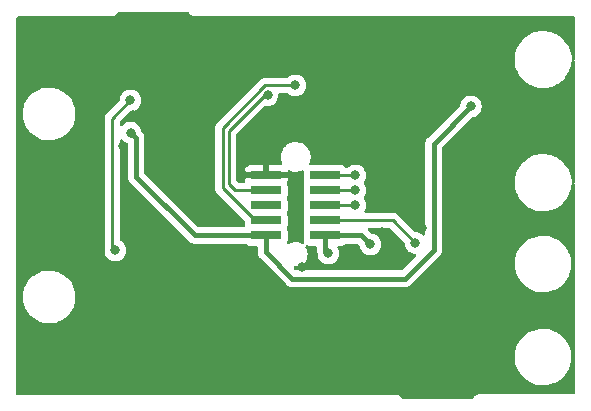
<source format=gbr>
%TF.GenerationSoftware,KiCad,Pcbnew,(6.0.6)*%
%TF.CreationDate,2022-07-19T20:12:23-04:00*%
%TF.ProjectId,4272SparkMaxBreakout,34323732-5370-4617-926b-4d6178427265,rev?*%
%TF.SameCoordinates,Original*%
%TF.FileFunction,Copper,L2,Bot*%
%TF.FilePolarity,Positive*%
%FSLAX46Y46*%
G04 Gerber Fmt 4.6, Leading zero omitted, Abs format (unit mm)*
G04 Created by KiCad (PCBNEW (6.0.6)) date 2022-07-19 20:12:23*
%MOMM*%
%LPD*%
G01*
G04 APERTURE LIST*
%TA.AperFunction,SMDPad,CuDef*%
%ADD10R,2.610000X0.740000*%
%TD*%
%TA.AperFunction,ViaPad*%
%ADD11C,0.800000*%
%TD*%
%TA.AperFunction,Conductor*%
%ADD12C,0.381000*%
%TD*%
%TA.AperFunction,Conductor*%
%ADD13C,0.250000*%
%TD*%
G04 APERTURE END LIST*
D10*
%TO.P,J500,1*%
%TO.N,+3.3V*%
X123190000Y-101600000D03*
%TO.P,J500,2*%
%TO.N,+5V*%
X118180000Y-101600000D03*
%TO.P,J500,3*%
%TO.N,/ANALOG_IN*%
X123190000Y-100330000D03*
%TO.P,J500,4*%
%TO.N,/FWD_LIM_SW*%
X118180000Y-100330000D03*
%TO.P,J500,5*%
%TO.N,/ENC_B*%
X123190000Y-99060000D03*
%TO.P,J500,6*%
%TO.N,unconnected-(J500-Pad6)*%
X118180000Y-99060000D03*
%TO.P,J500,7*%
%TO.N,/ENC_A*%
X123190000Y-97790000D03*
%TO.P,J500,8*%
%TO.N,/RVS_LIM_SW*%
X118180000Y-97790000D03*
%TO.P,J500,9*%
%TO.N,/INDEX*%
X123190000Y-96520000D03*
%TO.P,J500,10*%
%TO.N,GND*%
X118180000Y-96520000D03*
%TD*%
D11*
%TO.N,+3.3V*%
X127000000Y-102362000D03*
X123444000Y-103124000D03*
%TO.N,+5V*%
X106700000Y-92900000D03*
X135509000Y-90678000D03*
%TO.N,/ANALOG_IN*%
X130810000Y-102235000D03*
%TO.N,/FWD_LIM_SW*%
X120650000Y-88900000D03*
%TO.N,/ENC_B*%
X125730000Y-99060000D03*
%TO.N,/ENC_A*%
X125730000Y-97790000D03*
%TO.N,/RVS_LIM_SW*%
X118304799Y-89729799D03*
%TO.N,/INDEX*%
X105410000Y-102870000D03*
X125730000Y-96520000D03*
X106680000Y-90170000D03*
%TO.N,GND*%
X121218138Y-104232632D03*
X134700000Y-94450000D03*
X122800000Y-95100000D03*
X120050000Y-91400000D03*
X101854000Y-110109000D03*
X127400000Y-91350000D03*
X127950000Y-101300000D03*
X106900000Y-91400000D03*
X134874000Y-105410000D03*
X106807000Y-105283000D03*
X123550000Y-106550000D03*
X131350000Y-101000000D03*
X106100000Y-94000000D03*
X115400000Y-100350000D03*
X135255000Y-88138000D03*
X116205000Y-96520000D03*
X111252000Y-86233000D03*
%TD*%
D12*
%TO.N,+3.3V*%
X127000000Y-102362000D02*
X126238000Y-101600000D01*
X126238000Y-101600000D02*
X123190000Y-101600000D01*
X123190000Y-101600000D02*
X123190000Y-102870000D01*
X123190000Y-102870000D02*
X123444000Y-103124000D01*
%TO.N,+5V*%
X107172349Y-96618663D02*
X112153686Y-101600000D01*
X106700000Y-92900000D02*
X107172349Y-93372349D01*
X132350000Y-93837000D02*
X132350000Y-102850000D01*
X120400000Y-105250000D02*
X118180000Y-103030000D01*
X129950000Y-105250000D02*
X120400000Y-105250000D01*
X132350000Y-102850000D02*
X129950000Y-105250000D01*
X112153686Y-101600000D02*
X118180000Y-101600000D01*
X118180000Y-103030000D02*
X118180000Y-101600000D01*
X107172349Y-93372349D02*
X107172349Y-96618663D01*
X135509000Y-90678000D02*
X132350000Y-93837000D01*
D13*
%TO.N,/ANALOG_IN*%
X130810000Y-102235000D02*
X128905000Y-100330000D01*
X128905000Y-100330000D02*
X123190000Y-100330000D01*
%TO.N,/FWD_LIM_SW*%
X117230000Y-100330000D02*
X118180000Y-100330000D01*
X120650000Y-88900000D02*
X118110000Y-88900000D01*
X114500000Y-92510000D02*
X114500000Y-97600000D01*
X118110000Y-88900000D02*
X114500000Y-92510000D01*
X114500000Y-97600000D02*
X117230000Y-100330000D01*
%TO.N,/ENC_B*%
X125730000Y-99060000D02*
X123190000Y-99060000D01*
%TO.N,/ENC_A*%
X125730000Y-97790000D02*
X123190000Y-97790000D01*
%TO.N,/RVS_LIM_SW*%
X118042201Y-89729799D02*
X115000000Y-92772000D01*
X115570000Y-97790000D02*
X118180000Y-97790000D01*
X115000000Y-97220000D02*
X115570000Y-97790000D01*
X115000000Y-92772000D02*
X115000000Y-97220000D01*
X118304799Y-89729799D02*
X118042201Y-89729799D01*
%TO.N,/INDEX*%
X105150000Y-102610000D02*
X105150000Y-91700000D01*
X105150000Y-91700000D02*
X106680000Y-90170000D01*
X125730000Y-96520000D02*
X123190000Y-96520000D01*
X105410000Y-102870000D02*
X105150000Y-102610000D01*
D12*
%TO.N,GND*%
X116205000Y-96520000D02*
X118180000Y-96520000D01*
%TD*%
%TA.AperFunction,Conductor*%
%TO.N,GND*%
G36*
X111608838Y-82697002D02*
G01*
X111655417Y-82750849D01*
X111667208Y-82776782D01*
X111673069Y-82783584D01*
X111683970Y-82796235D01*
X111695073Y-82811239D01*
X111708776Y-82832958D01*
X111715501Y-82838897D01*
X111715504Y-82838901D01*
X111730938Y-82852532D01*
X111742982Y-82864724D01*
X111756427Y-82880327D01*
X111756430Y-82880329D01*
X111762287Y-82887127D01*
X111769816Y-82892007D01*
X111769817Y-82892008D01*
X111783835Y-82901094D01*
X111798709Y-82912385D01*
X111806270Y-82919062D01*
X111817951Y-82929378D01*
X111844711Y-82941942D01*
X111859691Y-82950263D01*
X111876983Y-82961471D01*
X111876988Y-82961473D01*
X111884515Y-82966352D01*
X111893108Y-82968922D01*
X111893113Y-82968924D01*
X111909120Y-82973711D01*
X111926564Y-82980372D01*
X111941676Y-82987467D01*
X111941678Y-82987468D01*
X111949800Y-82991281D01*
X111958667Y-82992662D01*
X111958668Y-82992662D01*
X111968310Y-82994163D01*
X111979017Y-82995830D01*
X111995732Y-82999613D01*
X112015466Y-83005515D01*
X112015472Y-83005516D01*
X112024066Y-83008086D01*
X112033037Y-83008141D01*
X112033038Y-83008141D01*
X112043097Y-83008202D01*
X112058506Y-83008296D01*
X112059289Y-83008329D01*
X112060386Y-83008500D01*
X112091377Y-83008500D01*
X112092147Y-83008502D01*
X112165785Y-83008952D01*
X112165786Y-83008952D01*
X112169721Y-83008976D01*
X112171065Y-83008592D01*
X112172410Y-83008500D01*
X144165500Y-83008500D01*
X144233621Y-83028502D01*
X144280114Y-83082158D01*
X144291500Y-83134500D01*
X144291500Y-86720216D01*
X144274516Y-86778059D01*
X144289464Y-86807809D01*
X144291500Y-86830367D01*
X144291500Y-97140216D01*
X144274516Y-97198059D01*
X144289464Y-97227809D01*
X144291500Y-97250367D01*
X144291500Y-114935500D01*
X144271498Y-115003621D01*
X144217842Y-115050114D01*
X144165500Y-115061500D01*
X136209337Y-115061500D01*
X136208567Y-115061498D01*
X136207751Y-115061493D01*
X136130993Y-115061024D01*
X136108632Y-115067415D01*
X136102561Y-115069150D01*
X136085799Y-115072728D01*
X136056527Y-115076920D01*
X136048359Y-115080634D01*
X136048358Y-115080634D01*
X136033152Y-115087548D01*
X136015628Y-115093996D01*
X135990943Y-115101051D01*
X135983349Y-115105843D01*
X135983346Y-115105844D01*
X135965934Y-115116830D01*
X135950851Y-115124969D01*
X135923932Y-115137208D01*
X135917130Y-115143069D01*
X135904479Y-115153970D01*
X135889475Y-115165073D01*
X135867756Y-115178776D01*
X135861817Y-115185501D01*
X135861813Y-115185504D01*
X135848182Y-115200938D01*
X135835990Y-115212982D01*
X135820387Y-115226427D01*
X135820385Y-115226430D01*
X135813587Y-115232287D01*
X135808707Y-115239816D01*
X135808706Y-115239817D01*
X135799620Y-115253835D01*
X135788329Y-115268709D01*
X135777283Y-115281217D01*
X135771336Y-115287951D01*
X135758772Y-115314711D01*
X135750451Y-115329691D01*
X135739245Y-115346981D01*
X135734362Y-115354515D01*
X135731791Y-115363112D01*
X135728677Y-115369851D01*
X135681946Y-115423300D01*
X135614297Y-115443000D01*
X129772443Y-115443000D01*
X129704322Y-115422998D01*
X129665881Y-115384235D01*
X129653883Y-115365219D01*
X129645744Y-115350135D01*
X129644310Y-115346981D01*
X129633506Y-115323218D01*
X129616744Y-115303765D01*
X129605641Y-115288761D01*
X129591938Y-115267042D01*
X129585213Y-115261103D01*
X129585210Y-115261099D01*
X129569776Y-115247468D01*
X129557732Y-115235276D01*
X129544287Y-115219673D01*
X129544284Y-115219671D01*
X129538427Y-115212873D01*
X129516879Y-115198906D01*
X129502005Y-115187615D01*
X129489497Y-115176569D01*
X129489496Y-115176568D01*
X129482763Y-115170622D01*
X129456001Y-115158057D01*
X129441023Y-115149737D01*
X129423731Y-115138529D01*
X129423726Y-115138527D01*
X129416199Y-115133648D01*
X129407606Y-115131078D01*
X129407601Y-115131076D01*
X129391594Y-115126289D01*
X129374150Y-115119628D01*
X129359038Y-115112533D01*
X129359036Y-115112532D01*
X129350914Y-115108719D01*
X129342047Y-115107338D01*
X129342046Y-115107338D01*
X129332404Y-115105837D01*
X129321697Y-115104170D01*
X129304982Y-115100387D01*
X129285248Y-115094485D01*
X129285242Y-115094484D01*
X129276648Y-115091914D01*
X129267677Y-115091859D01*
X129267676Y-115091859D01*
X129257617Y-115091798D01*
X129242208Y-115091704D01*
X129241425Y-115091671D01*
X129240328Y-115091500D01*
X129209337Y-115091500D01*
X129208567Y-115091498D01*
X129134929Y-115091048D01*
X129134928Y-115091048D01*
X129130993Y-115091024D01*
X129129649Y-115091408D01*
X129128304Y-115091500D01*
X97154500Y-115091500D01*
X97086379Y-115071498D01*
X97039886Y-115017842D01*
X97028500Y-114965500D01*
X97028500Y-111789774D01*
X139233681Y-111789774D01*
X139233768Y-111793775D01*
X139233768Y-111793783D01*
X139238055Y-111990226D01*
X139240329Y-112094438D01*
X139285635Y-112395789D01*
X139368865Y-112688939D01*
X139488669Y-112969138D01*
X139643105Y-113231843D01*
X139829671Y-113472796D01*
X139832519Y-113475639D01*
X139971638Y-113614515D01*
X140045340Y-113688089D01*
X140286618Y-113874233D01*
X140549592Y-114028211D01*
X140553277Y-114029779D01*
X140553285Y-114029783D01*
X140733906Y-114106637D01*
X140830000Y-114147526D01*
X141123295Y-114230244D01*
X141343045Y-114262890D01*
X141421425Y-114274534D01*
X141421427Y-114274534D01*
X141424724Y-114275024D01*
X141428055Y-114275164D01*
X141428059Y-114275164D01*
X141464396Y-114276687D01*
X141507659Y-114278500D01*
X141702096Y-114278500D01*
X141825523Y-114270626D01*
X141925111Y-114264274D01*
X141925116Y-114264273D01*
X141929119Y-114264018D01*
X141933058Y-114263256D01*
X142224370Y-114206895D01*
X142224374Y-114206894D01*
X142228307Y-114206133D01*
X142517716Y-114110700D01*
X142792652Y-113979267D01*
X142796017Y-113977094D01*
X142796021Y-113977092D01*
X143045294Y-113816139D01*
X143045300Y-113816134D01*
X143048660Y-113813965D01*
X143281588Y-113617474D01*
X143365406Y-113526163D01*
X143484946Y-113395936D01*
X143484948Y-113395934D01*
X143487661Y-113392978D01*
X143663539Y-113144117D01*
X143806369Y-112874926D01*
X143875069Y-112692637D01*
X143912420Y-112593529D01*
X143912422Y-112593523D01*
X143913837Y-112589768D01*
X143984200Y-112293266D01*
X144016319Y-111990226D01*
X144012033Y-111793783D01*
X144009759Y-111689579D01*
X144009759Y-111689574D01*
X144009671Y-111685562D01*
X143964365Y-111384211D01*
X143881135Y-111091061D01*
X143761331Y-110810862D01*
X143606895Y-110548157D01*
X143420329Y-110307204D01*
X143324189Y-110211232D01*
X143207503Y-110094749D01*
X143204660Y-110091911D01*
X142963382Y-109905767D01*
X142700408Y-109751789D01*
X142696723Y-109750221D01*
X142696715Y-109750217D01*
X142503590Y-109668042D01*
X142420000Y-109632474D01*
X142126705Y-109549756D01*
X141897638Y-109515726D01*
X141828575Y-109505466D01*
X141828573Y-109505466D01*
X141825276Y-109504976D01*
X141821945Y-109504836D01*
X141821941Y-109504836D01*
X141785604Y-109503313D01*
X141742341Y-109501500D01*
X141547904Y-109501500D01*
X141424477Y-109509374D01*
X141324889Y-109515726D01*
X141324884Y-109515727D01*
X141320881Y-109515982D01*
X141316943Y-109516744D01*
X141316942Y-109516744D01*
X141025630Y-109573105D01*
X141025626Y-109573106D01*
X141021693Y-109573867D01*
X140732284Y-109669300D01*
X140457348Y-109800733D01*
X140453983Y-109802906D01*
X140453979Y-109802908D01*
X140204706Y-109963861D01*
X140204700Y-109963866D01*
X140201340Y-109966035D01*
X139968412Y-110162526D01*
X139965696Y-110165485D01*
X139838217Y-110304361D01*
X139762339Y-110387022D01*
X139586461Y-110635883D01*
X139443631Y-110905074D01*
X139442216Y-110908830D01*
X139442215Y-110908831D01*
X139372079Y-111094933D01*
X139336163Y-111190232D01*
X139265800Y-111486734D01*
X139233681Y-111789774D01*
X97028500Y-111789774D01*
X97028500Y-106856880D01*
X97561992Y-106856880D01*
X97562355Y-106861028D01*
X97562355Y-106861032D01*
X97587487Y-107148293D01*
X97587488Y-107148301D01*
X97587852Y-107152459D01*
X97652577Y-107442021D01*
X97654019Y-107445941D01*
X97654021Y-107445947D01*
X97724619Y-107637827D01*
X97755029Y-107720480D01*
X97893410Y-107982942D01*
X98065288Y-108224797D01*
X98267642Y-108441796D01*
X98496918Y-108630125D01*
X98749088Y-108786477D01*
X99019722Y-108908105D01*
X99192390Y-108959580D01*
X99300065Y-108991679D01*
X99300067Y-108991679D01*
X99304064Y-108992871D01*
X99308184Y-108993524D01*
X99308186Y-108993524D01*
X99427106Y-109012359D01*
X99597119Y-109039286D01*
X99642146Y-109041331D01*
X99688497Y-109043436D01*
X99688516Y-109043436D01*
X99689916Y-109043500D01*
X99875264Y-109043500D01*
X100096056Y-109028835D01*
X100386910Y-108970188D01*
X100667453Y-108873590D01*
X100671196Y-108871716D01*
X100671200Y-108871714D01*
X100929012Y-108742611D01*
X100929014Y-108742610D01*
X100932756Y-108740736D01*
X101178158Y-108573961D01*
X101399346Y-108376196D01*
X101592436Y-108150914D01*
X101594711Y-108147411D01*
X101751763Y-107905572D01*
X101751765Y-107905569D01*
X101754035Y-107902073D01*
X101881304Y-107634046D01*
X101941696Y-107445947D01*
X101970726Y-107355530D01*
X101970727Y-107355524D01*
X101972006Y-107351542D01*
X102007091Y-107156548D01*
X102023809Y-107063632D01*
X102023810Y-107063627D01*
X102024548Y-107059523D01*
X102033751Y-106856880D01*
X102037819Y-106767290D01*
X102037819Y-106767285D01*
X102038008Y-106763120D01*
X102037645Y-106758968D01*
X102012513Y-106471707D01*
X102012512Y-106471699D01*
X102012148Y-106467541D01*
X101995970Y-106395164D01*
X101948336Y-106182063D01*
X101948336Y-106182061D01*
X101947423Y-106177979D01*
X101935725Y-106146182D01*
X101846418Y-105903452D01*
X101846416Y-105903448D01*
X101844971Y-105899520D01*
X101842395Y-105894633D01*
X101708543Y-105640762D01*
X101708542Y-105640761D01*
X101706590Y-105637058D01*
X101534712Y-105395203D01*
X101332358Y-105178204D01*
X101103082Y-104989875D01*
X100850912Y-104833523D01*
X100580278Y-104711895D01*
X100407610Y-104660420D01*
X100299935Y-104628321D01*
X100299933Y-104628321D01*
X100295936Y-104627129D01*
X100291816Y-104626476D01*
X100291814Y-104626476D01*
X100172894Y-104607641D01*
X100002881Y-104580714D01*
X99957854Y-104578669D01*
X99911503Y-104576564D01*
X99911484Y-104576564D01*
X99910084Y-104576500D01*
X99724736Y-104576500D01*
X99503944Y-104591165D01*
X99213090Y-104649812D01*
X98932547Y-104746410D01*
X98928804Y-104748284D01*
X98928800Y-104748286D01*
X98754179Y-104835730D01*
X98667244Y-104879264D01*
X98663779Y-104881619D01*
X98497053Y-104994926D01*
X98421842Y-105046039D01*
X98200654Y-105243804D01*
X98007564Y-105469086D01*
X98005290Y-105472588D01*
X98005289Y-105472589D01*
X97900698Y-105633646D01*
X97845965Y-105717927D01*
X97844177Y-105721693D01*
X97844174Y-105721698D01*
X97817355Y-105778179D01*
X97718696Y-105985954D01*
X97717417Y-105989937D01*
X97717416Y-105989940D01*
X97639713Y-106231958D01*
X97627994Y-106268458D01*
X97627253Y-106272577D01*
X97592174Y-106467541D01*
X97575452Y-106560477D01*
X97575263Y-106564644D01*
X97575262Y-106564651D01*
X97566060Y-106767290D01*
X97561992Y-106856880D01*
X97028500Y-106856880D01*
X97028500Y-102870000D01*
X104496496Y-102870000D01*
X104497186Y-102876565D01*
X104514863Y-103044749D01*
X104516458Y-103059928D01*
X104575473Y-103241556D01*
X104670960Y-103406944D01*
X104675378Y-103411851D01*
X104675379Y-103411852D01*
X104762111Y-103508178D01*
X104798747Y-103548866D01*
X104953248Y-103661118D01*
X104959276Y-103663802D01*
X104959278Y-103663803D01*
X105121681Y-103736109D01*
X105127712Y-103738794D01*
X105221112Y-103758647D01*
X105308056Y-103777128D01*
X105308061Y-103777128D01*
X105314513Y-103778500D01*
X105505487Y-103778500D01*
X105511939Y-103777128D01*
X105511944Y-103777128D01*
X105598887Y-103758647D01*
X105692288Y-103738794D01*
X105698319Y-103736109D01*
X105860722Y-103663803D01*
X105860724Y-103663802D01*
X105866752Y-103661118D01*
X106021253Y-103548866D01*
X106057889Y-103508178D01*
X106144621Y-103411852D01*
X106144622Y-103411851D01*
X106149040Y-103406944D01*
X106244527Y-103241556D01*
X106303542Y-103059928D01*
X106305138Y-103044749D01*
X106322814Y-102876565D01*
X106323504Y-102870000D01*
X106312597Y-102766226D01*
X106304232Y-102686635D01*
X106304232Y-102686633D01*
X106303542Y-102680072D01*
X106244527Y-102498444D01*
X106238224Y-102487526D01*
X106165751Y-102362000D01*
X106149040Y-102333056D01*
X106131860Y-102313975D01*
X106025675Y-102196045D01*
X106025674Y-102196044D01*
X106021253Y-102191134D01*
X105866752Y-102078882D01*
X105860725Y-102076199D01*
X105860717Y-102076194D01*
X105858250Y-102075096D01*
X105857054Y-102074080D01*
X105854999Y-102072893D01*
X105855216Y-102072517D01*
X105804155Y-102029116D01*
X105783500Y-101959990D01*
X105783500Y-93568095D01*
X105803502Y-93499974D01*
X105857158Y-93453481D01*
X105927432Y-93443377D01*
X105992012Y-93472871D01*
X106003134Y-93483783D01*
X106042954Y-93528008D01*
X106079883Y-93569021D01*
X106088747Y-93578866D01*
X106144693Y-93619513D01*
X106230353Y-93681749D01*
X106243248Y-93691118D01*
X106249276Y-93693802D01*
X106249278Y-93693803D01*
X106398598Y-93760284D01*
X106452694Y-93806264D01*
X106473349Y-93875391D01*
X106473349Y-96590064D01*
X106473057Y-96598634D01*
X106471745Y-96617885D01*
X106469179Y-96655515D01*
X106470484Y-96662991D01*
X106470484Y-96662995D01*
X106480012Y-96717587D01*
X106480975Y-96724112D01*
X106487215Y-96775671D01*
X106488540Y-96786623D01*
X106491224Y-96793725D01*
X106492068Y-96797163D01*
X106495932Y-96811286D01*
X106496962Y-96814697D01*
X106498268Y-96822180D01*
X106501321Y-96829135D01*
X106523588Y-96879861D01*
X106526079Y-96885967D01*
X106544483Y-96934669D01*
X106548343Y-96944885D01*
X106552642Y-96951140D01*
X106554284Y-96954281D01*
X106561382Y-96967035D01*
X106563219Y-96970141D01*
X106566272Y-96977096D01*
X106570897Y-96983123D01*
X106570899Y-96983127D01*
X106604614Y-97027065D01*
X106608478Y-97032383D01*
X106644170Y-97084315D01*
X106649840Y-97089367D01*
X106649841Y-97089368D01*
X106690037Y-97125181D01*
X106695313Y-97130162D01*
X111639189Y-102074038D01*
X111645042Y-102080303D01*
X111682528Y-102123274D01*
X111688742Y-102127641D01*
X111734075Y-102159502D01*
X111739370Y-102163435D01*
X111788925Y-102202291D01*
X111795849Y-102205417D01*
X111798898Y-102207264D01*
X111811564Y-102214489D01*
X111814729Y-102216186D01*
X111820947Y-102220556D01*
X111879682Y-102243456D01*
X111885695Y-102245983D01*
X111943121Y-102271912D01*
X111950589Y-102273296D01*
X111953997Y-102274364D01*
X111968036Y-102278364D01*
X111971500Y-102279253D01*
X111978575Y-102282012D01*
X111986104Y-102283003D01*
X111986107Y-102283004D01*
X112041031Y-102290235D01*
X112047545Y-102291267D01*
X112102003Y-102301360D01*
X112102006Y-102301360D01*
X112109472Y-102302744D01*
X112117052Y-102302307D01*
X112117053Y-102302307D01*
X112170780Y-102299209D01*
X112178033Y-102299000D01*
X116427087Y-102299000D01*
X116495208Y-102319002D01*
X116509966Y-102330896D01*
X116511739Y-102333261D01*
X116628295Y-102420615D01*
X116764684Y-102471745D01*
X116826866Y-102478500D01*
X117355000Y-102478500D01*
X117423121Y-102498502D01*
X117469614Y-102552158D01*
X117481000Y-102604500D01*
X117481000Y-103001401D01*
X117480708Y-103009971D01*
X117477619Y-103055281D01*
X117476830Y-103066852D01*
X117478135Y-103074328D01*
X117478135Y-103074332D01*
X117487663Y-103128924D01*
X117488626Y-103135449D01*
X117494874Y-103187075D01*
X117496191Y-103197960D01*
X117498875Y-103205062D01*
X117499719Y-103208500D01*
X117503583Y-103222623D01*
X117504613Y-103226034D01*
X117505919Y-103233517D01*
X117508972Y-103240472D01*
X117531239Y-103291198D01*
X117533730Y-103297304D01*
X117543459Y-103323049D01*
X117555994Y-103356222D01*
X117560293Y-103362477D01*
X117561935Y-103365618D01*
X117569033Y-103378372D01*
X117570870Y-103381478D01*
X117573923Y-103388433D01*
X117578548Y-103394460D01*
X117578550Y-103394464D01*
X117612265Y-103438402D01*
X117616129Y-103443720D01*
X117651821Y-103495652D01*
X117657491Y-103500704D01*
X117657492Y-103500705D01*
X117697688Y-103536518D01*
X117702964Y-103541499D01*
X119885503Y-105724038D01*
X119891356Y-105730303D01*
X119928842Y-105773274D01*
X119974341Y-105805251D01*
X119980378Y-105809494D01*
X119985674Y-105813427D01*
X120029263Y-105847606D01*
X120029266Y-105847608D01*
X120035240Y-105852292D01*
X120042164Y-105855418D01*
X120045199Y-105857256D01*
X120057898Y-105864500D01*
X120061046Y-105866188D01*
X120067261Y-105870556D01*
X120125950Y-105893438D01*
X120131995Y-105895978D01*
X120189435Y-105921913D01*
X120196908Y-105923298D01*
X120200326Y-105924369D01*
X120214315Y-105928354D01*
X120217807Y-105929251D01*
X120224889Y-105932012D01*
X120232422Y-105933004D01*
X120232423Y-105933004D01*
X120287330Y-105940233D01*
X120293843Y-105941265D01*
X120348318Y-105951361D01*
X120348320Y-105951361D01*
X120355787Y-105952745D01*
X120363367Y-105952308D01*
X120363368Y-105952308D01*
X120417112Y-105949209D01*
X120424365Y-105949000D01*
X129921401Y-105949000D01*
X129929971Y-105949292D01*
X129979277Y-105952654D01*
X129979281Y-105952654D01*
X129986852Y-105953170D01*
X129994328Y-105951865D01*
X129994332Y-105951865D01*
X130048924Y-105942337D01*
X130055449Y-105941374D01*
X130110418Y-105934722D01*
X130110420Y-105934721D01*
X130117960Y-105933809D01*
X130125062Y-105931125D01*
X130128500Y-105930281D01*
X130142623Y-105926417D01*
X130146034Y-105925387D01*
X130153517Y-105924081D01*
X130165577Y-105918787D01*
X130211198Y-105898761D01*
X130217304Y-105896270D01*
X130269117Y-105876691D01*
X130269118Y-105876690D01*
X130276222Y-105874006D01*
X130282477Y-105869707D01*
X130285618Y-105868065D01*
X130298372Y-105860967D01*
X130301478Y-105859130D01*
X130308433Y-105856077D01*
X130314460Y-105851452D01*
X130314464Y-105851450D01*
X130358402Y-105817735D01*
X130363720Y-105813871D01*
X130415652Y-105778179D01*
X130456535Y-105732293D01*
X130461498Y-105727037D01*
X132278762Y-103909774D01*
X139233681Y-103909774D01*
X139233768Y-103913775D01*
X139233768Y-103913783D01*
X139239386Y-104171235D01*
X139240329Y-104214438D01*
X139285635Y-104515789D01*
X139286731Y-104519649D01*
X139286732Y-104519654D01*
X139295632Y-104551000D01*
X139368865Y-104808939D01*
X139488669Y-105089138D01*
X139643105Y-105351843D01*
X139829671Y-105592796D01*
X139832519Y-105595639D01*
X139971638Y-105734515D01*
X140045340Y-105808089D01*
X140159050Y-105895815D01*
X140275887Y-105985954D01*
X140286618Y-105994233D01*
X140549592Y-106148211D01*
X140553277Y-106149779D01*
X140553285Y-106149783D01*
X140733906Y-106226637D01*
X140830000Y-106267526D01*
X141123295Y-106350244D01*
X141343045Y-106382890D01*
X141421425Y-106394534D01*
X141421427Y-106394534D01*
X141424724Y-106395024D01*
X141428055Y-106395164D01*
X141428059Y-106395164D01*
X141464396Y-106396687D01*
X141507659Y-106398500D01*
X141702096Y-106398500D01*
X141825523Y-106390626D01*
X141925111Y-106384274D01*
X141925116Y-106384273D01*
X141929119Y-106384018D01*
X141933058Y-106383256D01*
X142224370Y-106326895D01*
X142224374Y-106326894D01*
X142228307Y-106326133D01*
X142517716Y-106230700D01*
X142792652Y-106099267D01*
X142796017Y-106097094D01*
X142796021Y-106097092D01*
X143045294Y-105936139D01*
X143045300Y-105936134D01*
X143048660Y-105933965D01*
X143281588Y-105737474D01*
X143373763Y-105637058D01*
X143484946Y-105515936D01*
X143484948Y-105515934D01*
X143487661Y-105512978D01*
X143663539Y-105264117D01*
X143806369Y-104994926D01*
X143849959Y-104879264D01*
X143912420Y-104713529D01*
X143912422Y-104713523D01*
X143913837Y-104709768D01*
X143933603Y-104626476D01*
X143983271Y-104417182D01*
X143983272Y-104417177D01*
X143984200Y-104413266D01*
X144016319Y-104110226D01*
X144013787Y-103994166D01*
X144009759Y-103809579D01*
X144009759Y-103809574D01*
X144009671Y-103805562D01*
X143964365Y-103504211D01*
X143960159Y-103489395D01*
X143902818Y-103287432D01*
X143881135Y-103211061D01*
X143875534Y-103197960D01*
X143847399Y-103132158D01*
X143761331Y-102930862D01*
X143606895Y-102668157D01*
X143420329Y-102427204D01*
X143283121Y-102290235D01*
X143207503Y-102214749D01*
X143204660Y-102211911D01*
X143034088Y-102080316D01*
X142966562Y-102028220D01*
X142966558Y-102028218D01*
X142963382Y-102025767D01*
X142700408Y-101871789D01*
X142696723Y-101870221D01*
X142696715Y-101870217D01*
X142503590Y-101788042D01*
X142420000Y-101752474D01*
X142126705Y-101669756D01*
X141897638Y-101635726D01*
X141828575Y-101625466D01*
X141828573Y-101625466D01*
X141825276Y-101624976D01*
X141821945Y-101624836D01*
X141821941Y-101624836D01*
X141785604Y-101623313D01*
X141742341Y-101621500D01*
X141547904Y-101621500D01*
X141424477Y-101629374D01*
X141324889Y-101635726D01*
X141324884Y-101635727D01*
X141320881Y-101635982D01*
X141316943Y-101636744D01*
X141316942Y-101636744D01*
X141025630Y-101693105D01*
X141025626Y-101693106D01*
X141021693Y-101693867D01*
X140732284Y-101789300D01*
X140457348Y-101920733D01*
X140453983Y-101922906D01*
X140453979Y-101922908D01*
X140204706Y-102083861D01*
X140204700Y-102083866D01*
X140201340Y-102086035D01*
X140046439Y-102216705D01*
X139978088Y-102274364D01*
X139968412Y-102282526D01*
X139901486Y-102355435D01*
X139838217Y-102424361D01*
X139762339Y-102507022D01*
X139586461Y-102755883D01*
X139443631Y-103025074D01*
X139442216Y-103028830D01*
X139442215Y-103028831D01*
X139342964Y-103292187D01*
X139336163Y-103310232D01*
X139335234Y-103314147D01*
X139272591Y-103578119D01*
X139265800Y-103606734D01*
X139233681Y-103909774D01*
X132278762Y-103909774D01*
X132824046Y-103364490D01*
X132830312Y-103358636D01*
X132867547Y-103326154D01*
X132873274Y-103321158D01*
X132909498Y-103269617D01*
X132913423Y-103264332D01*
X132947607Y-103220735D01*
X132952292Y-103214760D01*
X132955416Y-103207842D01*
X132957245Y-103204821D01*
X132964500Y-103192102D01*
X132966188Y-103188954D01*
X132970556Y-103182739D01*
X132993438Y-103124050D01*
X132995978Y-103118005D01*
X133021913Y-103060565D01*
X133023298Y-103053092D01*
X133024369Y-103049674D01*
X133028354Y-103035685D01*
X133029251Y-103032193D01*
X133032012Y-103025111D01*
X133038447Y-102976232D01*
X133040233Y-102962670D01*
X133041265Y-102956157D01*
X133051361Y-102901682D01*
X133051361Y-102901680D01*
X133052745Y-102894213D01*
X133051728Y-102876565D01*
X133049209Y-102832888D01*
X133049000Y-102825635D01*
X133049000Y-97023725D01*
X139208652Y-97023725D01*
X139208739Y-97027726D01*
X139208739Y-97027733D01*
X139215282Y-97327561D01*
X139215370Y-97331578D01*
X139261150Y-97636082D01*
X139262246Y-97639942D01*
X139262247Y-97639947D01*
X139298084Y-97766170D01*
X139345251Y-97932302D01*
X139346831Y-97935998D01*
X139346832Y-97936000D01*
X139352045Y-97948192D01*
X139466309Y-98215433D01*
X139622362Y-98480888D01*
X139810880Y-98724362D01*
X140028806Y-98941909D01*
X140031987Y-98944363D01*
X140031988Y-98944364D01*
X140269416Y-99127539D01*
X140269420Y-99127542D01*
X140272609Y-99130002D01*
X140276088Y-99132039D01*
X140456828Y-99237866D01*
X140538336Y-99285591D01*
X140542021Y-99287159D01*
X140542025Y-99287161D01*
X140715696Y-99361059D01*
X140821679Y-99406155D01*
X140889460Y-99425271D01*
X141114177Y-99488648D01*
X141114186Y-99488650D01*
X141118044Y-99489738D01*
X141237605Y-99507500D01*
X141419329Y-99534497D01*
X141419331Y-99534497D01*
X141422628Y-99534987D01*
X141425959Y-99535127D01*
X141425963Y-99535127D01*
X141462632Y-99536664D01*
X141506445Y-99538500D01*
X141702895Y-99538500D01*
X141827497Y-99530552D01*
X141928294Y-99524122D01*
X141928299Y-99524121D01*
X141932302Y-99523866D01*
X141936241Y-99523104D01*
X142230685Y-99466137D01*
X142230689Y-99466136D01*
X142234622Y-99465375D01*
X142373585Y-99419552D01*
X142523242Y-99370202D01*
X142523247Y-99370200D01*
X142527059Y-99368943D01*
X142804873Y-99236135D01*
X142808238Y-99233962D01*
X142808242Y-99233960D01*
X143060192Y-99071278D01*
X143060195Y-99071276D01*
X143063560Y-99069103D01*
X143298927Y-98870555D01*
X143433123Y-98724362D01*
X143504442Y-98646667D01*
X143504444Y-98646665D01*
X143507157Y-98643709D01*
X143684875Y-98392244D01*
X143829201Y-98120235D01*
X143937793Y-97832092D01*
X143983413Y-97639856D01*
X144007964Y-97536402D01*
X144007965Y-97536397D01*
X144008893Y-97532486D01*
X144040202Y-97237087D01*
X144057341Y-97195533D01*
X144044604Y-97175714D01*
X144039530Y-97142965D01*
X144034718Y-96922439D01*
X144034718Y-96922434D01*
X144034630Y-96918422D01*
X143988850Y-96613918D01*
X143960322Y-96513435D01*
X143945997Y-96462982D01*
X143904749Y-96317698D01*
X143783691Y-96034567D01*
X143627638Y-95769112D01*
X143439120Y-95525638D01*
X143221194Y-95308091D01*
X143091558Y-95208077D01*
X142980584Y-95122461D01*
X142980580Y-95122458D01*
X142977391Y-95119998D01*
X142945191Y-95101144D01*
X142715128Y-94966437D01*
X142715125Y-94966435D01*
X142711664Y-94964409D01*
X142707979Y-94962841D01*
X142707975Y-94962839D01*
X142432015Y-94845417D01*
X142428321Y-94843845D01*
X142301400Y-94808050D01*
X142135823Y-94761352D01*
X142135814Y-94761350D01*
X142131956Y-94760262D01*
X141902231Y-94726134D01*
X141830671Y-94715503D01*
X141830669Y-94715503D01*
X141827372Y-94715013D01*
X141824041Y-94714873D01*
X141824037Y-94714873D01*
X141787368Y-94713336D01*
X141743555Y-94711500D01*
X141547105Y-94711500D01*
X141422503Y-94719448D01*
X141321706Y-94725878D01*
X141321701Y-94725879D01*
X141317698Y-94726134D01*
X141313760Y-94726896D01*
X141313759Y-94726896D01*
X141019315Y-94783863D01*
X141019311Y-94783864D01*
X141015378Y-94784625D01*
X140876415Y-94830448D01*
X140726758Y-94879798D01*
X140726753Y-94879800D01*
X140722941Y-94881057D01*
X140445127Y-95013865D01*
X140441762Y-95016038D01*
X140441758Y-95016040D01*
X140265194Y-95130046D01*
X140186440Y-95180897D01*
X140160576Y-95202715D01*
X139988148Y-95348170D01*
X139951073Y-95379445D01*
X139948355Y-95382406D01*
X139948354Y-95382407D01*
X139778137Y-95567842D01*
X139742843Y-95606291D01*
X139565125Y-95857756D01*
X139420799Y-96129765D01*
X139419384Y-96133521D01*
X139419383Y-96133522D01*
X139415916Y-96142721D01*
X139312207Y-96417908D01*
X139311278Y-96421823D01*
X139244465Y-96703365D01*
X139241107Y-96717514D01*
X139208652Y-97023725D01*
X133049000Y-97023725D01*
X133049000Y-94178725D01*
X133069002Y-94110604D01*
X133085905Y-94089630D01*
X135558473Y-91617063D01*
X135621370Y-91582911D01*
X135791288Y-91546794D01*
X135829709Y-91529688D01*
X135959722Y-91471803D01*
X135959724Y-91471802D01*
X135965752Y-91469118D01*
X136120253Y-91356866D01*
X136124675Y-91351955D01*
X136243621Y-91219852D01*
X136243622Y-91219851D01*
X136248040Y-91214944D01*
X136343527Y-91049556D01*
X136402542Y-90867928D01*
X136404138Y-90852749D01*
X136421814Y-90684565D01*
X136422504Y-90678000D01*
X136402542Y-90488072D01*
X136343527Y-90306444D01*
X136248040Y-90141056D01*
X136120253Y-89999134D01*
X135965752Y-89886882D01*
X135959724Y-89884198D01*
X135959722Y-89884197D01*
X135797319Y-89811891D01*
X135797318Y-89811891D01*
X135791288Y-89809206D01*
X135697887Y-89789353D01*
X135610944Y-89770872D01*
X135610939Y-89770872D01*
X135604487Y-89769500D01*
X135413513Y-89769500D01*
X135407061Y-89770872D01*
X135407056Y-89770872D01*
X135320113Y-89789353D01*
X135226712Y-89809206D01*
X135220682Y-89811891D01*
X135220681Y-89811891D01*
X135058278Y-89884197D01*
X135058276Y-89884198D01*
X135052248Y-89886882D01*
X134897747Y-89999134D01*
X134769960Y-90141056D01*
X134674473Y-90306444D01*
X134672431Y-90312729D01*
X134644231Y-90399520D01*
X134615458Y-90488072D01*
X134614768Y-90494635D01*
X134614768Y-90494637D01*
X134608972Y-90549783D01*
X134581959Y-90615440D01*
X134572757Y-90625708D01*
X131875962Y-93322503D01*
X131869697Y-93328356D01*
X131826726Y-93365842D01*
X131808083Y-93392368D01*
X131790506Y-93417378D01*
X131786573Y-93422674D01*
X131752394Y-93466263D01*
X131752392Y-93466266D01*
X131747708Y-93472240D01*
X131744582Y-93479164D01*
X131742744Y-93482199D01*
X131735500Y-93494898D01*
X131733812Y-93498046D01*
X131729444Y-93504261D01*
X131714171Y-93543436D01*
X131706567Y-93562939D01*
X131704022Y-93568995D01*
X131678087Y-93626435D01*
X131676702Y-93633908D01*
X131675631Y-93637326D01*
X131671646Y-93651315D01*
X131670749Y-93654807D01*
X131667988Y-93661889D01*
X131666996Y-93669422D01*
X131666996Y-93669423D01*
X131659767Y-93724330D01*
X131658735Y-93730843D01*
X131649510Y-93780620D01*
X131647255Y-93792787D01*
X131647692Y-93800367D01*
X131647692Y-93800368D01*
X131650791Y-93854112D01*
X131651000Y-93861365D01*
X131651000Y-101483053D01*
X131630998Y-101551174D01*
X131577342Y-101597667D01*
X131507068Y-101607771D01*
X131442488Y-101578277D01*
X131431365Y-101567365D01*
X131421253Y-101556134D01*
X131266752Y-101443882D01*
X131260724Y-101441198D01*
X131260722Y-101441197D01*
X131098319Y-101368891D01*
X131098318Y-101368891D01*
X131092288Y-101366206D01*
X130998887Y-101346353D01*
X130911944Y-101327872D01*
X130911939Y-101327872D01*
X130905487Y-101326500D01*
X130849594Y-101326500D01*
X130781473Y-101306498D01*
X130760499Y-101289595D01*
X129408652Y-99937747D01*
X129401112Y-99929461D01*
X129397000Y-99922982D01*
X129347348Y-99876356D01*
X129344507Y-99873602D01*
X129324770Y-99853865D01*
X129321573Y-99851385D01*
X129312551Y-99843680D01*
X129286100Y-99818841D01*
X129280321Y-99813414D01*
X129273375Y-99809595D01*
X129273372Y-99809593D01*
X129262566Y-99803652D01*
X129246047Y-99792801D01*
X129245583Y-99792441D01*
X129230041Y-99780386D01*
X129222772Y-99777241D01*
X129222768Y-99777238D01*
X129189463Y-99762826D01*
X129178813Y-99757609D01*
X129140060Y-99736305D01*
X129120437Y-99731267D01*
X129101734Y-99724863D01*
X129090420Y-99719967D01*
X129090419Y-99719967D01*
X129083145Y-99716819D01*
X129075322Y-99715580D01*
X129075312Y-99715577D01*
X129039476Y-99709901D01*
X129027856Y-99707495D01*
X128992711Y-99698472D01*
X128992710Y-99698472D01*
X128985030Y-99696500D01*
X128964776Y-99696500D01*
X128945065Y-99694949D01*
X128932886Y-99693020D01*
X128925057Y-99691780D01*
X128917165Y-99692526D01*
X128881039Y-99695941D01*
X128869181Y-99696500D01*
X126629800Y-99696500D01*
X126561679Y-99676498D01*
X126515186Y-99622842D01*
X126505082Y-99552568D01*
X126520681Y-99507500D01*
X126561223Y-99437279D01*
X126561224Y-99437278D01*
X126564527Y-99431556D01*
X126623542Y-99249928D01*
X126635933Y-99132039D01*
X126642814Y-99066565D01*
X126643504Y-99060000D01*
X126623542Y-98870072D01*
X126564527Y-98688444D01*
X126536806Y-98640429D01*
X126472341Y-98528774D01*
X126469040Y-98523056D01*
X126456662Y-98509309D01*
X126425946Y-98445303D01*
X126434710Y-98374850D01*
X126456661Y-98340693D01*
X126469040Y-98326944D01*
X126564527Y-98161556D01*
X126623542Y-97979928D01*
X126639492Y-97828177D01*
X126642814Y-97796565D01*
X126643504Y-97790000D01*
X126640999Y-97766170D01*
X126624232Y-97606635D01*
X126624232Y-97606633D01*
X126623542Y-97600072D01*
X126564527Y-97418444D01*
X126469040Y-97253056D01*
X126456662Y-97239309D01*
X126425946Y-97175303D01*
X126434710Y-97104850D01*
X126456661Y-97070693D01*
X126469040Y-97056944D01*
X126564527Y-96891556D01*
X126623542Y-96709928D01*
X126635690Y-96594351D01*
X126642814Y-96526565D01*
X126643504Y-96520000D01*
X126623542Y-96330072D01*
X126564527Y-96148444D01*
X126557701Y-96136620D01*
X126501734Y-96039684D01*
X126469040Y-95983056D01*
X126456425Y-95969045D01*
X126345675Y-95846045D01*
X126345674Y-95846044D01*
X126341253Y-95841134D01*
X126186752Y-95728882D01*
X126180724Y-95726198D01*
X126180722Y-95726197D01*
X126018319Y-95653891D01*
X126018318Y-95653891D01*
X126012288Y-95651206D01*
X125918888Y-95631353D01*
X125831944Y-95612872D01*
X125831939Y-95612872D01*
X125825487Y-95611500D01*
X125634513Y-95611500D01*
X125628061Y-95612872D01*
X125628056Y-95612872D01*
X125541112Y-95631353D01*
X125447712Y-95651206D01*
X125441682Y-95653891D01*
X125441681Y-95653891D01*
X125279278Y-95726197D01*
X125279276Y-95726198D01*
X125273248Y-95728882D01*
X125267907Y-95732762D01*
X125267906Y-95732763D01*
X125217876Y-95769112D01*
X125118747Y-95841134D01*
X125114332Y-95846037D01*
X125109420Y-95850460D01*
X125108295Y-95849211D01*
X125054986Y-95882051D01*
X125021800Y-95886500D01*
X124996055Y-95886500D01*
X124927934Y-95866498D01*
X124895229Y-95836065D01*
X124863643Y-95793920D01*
X124858261Y-95786739D01*
X124741705Y-95699385D01*
X124605316Y-95648255D01*
X124543134Y-95641500D01*
X121944486Y-95641500D01*
X121876365Y-95621498D01*
X121829872Y-95567842D01*
X121819768Y-95497568D01*
X121829112Y-95464855D01*
X121880333Y-95348170D01*
X121882588Y-95343033D01*
X121891567Y-95305636D01*
X121933722Y-95130046D01*
X121933722Y-95130045D01*
X121935032Y-95124589D01*
X121939879Y-95040525D01*
X121947640Y-94905917D01*
X121947640Y-94905914D01*
X121947963Y-94900310D01*
X121920975Y-94677285D01*
X121854918Y-94462565D01*
X121789798Y-94336396D01*
X121754454Y-94267919D01*
X121754454Y-94267918D01*
X121751882Y-94262936D01*
X121615123Y-94084708D01*
X121448964Y-93933515D01*
X121444217Y-93930537D01*
X121444214Y-93930535D01*
X121263405Y-93817115D01*
X121258656Y-93814136D01*
X121050217Y-93730344D01*
X120830233Y-93684787D01*
X120825622Y-93684521D01*
X120825621Y-93684521D01*
X120775048Y-93681605D01*
X120775044Y-93681605D01*
X120773225Y-93681500D01*
X120628001Y-93681500D01*
X120625214Y-93681749D01*
X120625208Y-93681749D01*
X120563718Y-93687237D01*
X120461238Y-93696383D01*
X120455824Y-93697864D01*
X120455819Y-93697865D01*
X120359082Y-93724330D01*
X120244549Y-93755663D01*
X120239491Y-93758075D01*
X120239487Y-93758077D01*
X120182376Y-93785318D01*
X120041782Y-93852378D01*
X119859346Y-93983471D01*
X119855439Y-93987503D01*
X119756471Y-94089630D01*
X119703008Y-94144799D01*
X119577710Y-94331262D01*
X119487412Y-94536967D01*
X119434968Y-94755411D01*
X119433328Y-94783863D01*
X119423009Y-94962839D01*
X119422037Y-94979690D01*
X119449025Y-95202715D01*
X119515082Y-95417435D01*
X119517654Y-95422418D01*
X119517656Y-95422423D01*
X119536127Y-95458209D01*
X119549597Y-95527916D01*
X119523242Y-95593840D01*
X119465430Y-95635050D01*
X119424162Y-95642000D01*
X118452115Y-95642000D01*
X118436876Y-95646475D01*
X118435671Y-95647865D01*
X118434000Y-95655548D01*
X118434000Y-96247885D01*
X118438475Y-96263124D01*
X118439865Y-96264329D01*
X118447548Y-96266000D01*
X119974884Y-96266000D01*
X119990123Y-96261525D01*
X119991328Y-96260135D01*
X119992999Y-96252452D01*
X119992999Y-96204741D01*
X120013001Y-96136620D01*
X120066657Y-96090127D01*
X120136931Y-96080023D01*
X120165995Y-96087834D01*
X120279648Y-96133522D01*
X120319783Y-96149656D01*
X120539767Y-96195213D01*
X120544378Y-96195479D01*
X120544379Y-96195479D01*
X120594952Y-96198395D01*
X120594956Y-96198395D01*
X120596775Y-96198500D01*
X120741999Y-96198500D01*
X120744786Y-96198251D01*
X120744792Y-96198251D01*
X120814929Y-96191991D01*
X120908762Y-96183617D01*
X120914176Y-96182136D01*
X120914181Y-96182135D01*
X121080552Y-96136620D01*
X121125451Y-96124337D01*
X121130509Y-96121925D01*
X121130513Y-96121923D01*
X121196256Y-96090565D01*
X121266352Y-96079292D01*
X121331415Y-96107705D01*
X121370788Y-96166784D01*
X121376500Y-96204291D01*
X121376500Y-96938134D01*
X121383255Y-97000316D01*
X121386027Y-97007712D01*
X121386029Y-97007718D01*
X121424662Y-97110771D01*
X121429845Y-97181578D01*
X121424662Y-97199229D01*
X121386029Y-97302282D01*
X121386027Y-97302288D01*
X121383255Y-97309684D01*
X121376500Y-97371866D01*
X121376500Y-98208134D01*
X121383255Y-98270316D01*
X121386027Y-98277712D01*
X121386029Y-98277718D01*
X121424662Y-98380771D01*
X121429845Y-98451578D01*
X121424662Y-98469229D01*
X121386029Y-98572282D01*
X121386027Y-98572288D01*
X121383255Y-98579684D01*
X121376500Y-98641866D01*
X121376500Y-99478134D01*
X121383255Y-99540316D01*
X121386027Y-99547712D01*
X121386029Y-99547718D01*
X121424662Y-99650771D01*
X121429845Y-99721578D01*
X121424662Y-99739229D01*
X121386029Y-99842282D01*
X121386027Y-99842288D01*
X121383255Y-99849684D01*
X121376500Y-99911866D01*
X121376500Y-100748134D01*
X121383255Y-100810316D01*
X121386027Y-100817712D01*
X121386029Y-100817718D01*
X121424662Y-100920771D01*
X121429845Y-100991578D01*
X121424662Y-101009229D01*
X121386029Y-101112282D01*
X121386027Y-101112288D01*
X121383255Y-101119684D01*
X121376500Y-101181866D01*
X121376500Y-102018134D01*
X121383255Y-102080316D01*
X121386027Y-102087712D01*
X121386029Y-102087718D01*
X121420924Y-102180799D01*
X121426107Y-102251606D01*
X121392186Y-102313975D01*
X121329931Y-102348104D01*
X121259107Y-102343157D01*
X121242241Y-102335443D01*
X121175951Y-102299000D01*
X121084213Y-102248567D01*
X121078346Y-102246706D01*
X121078344Y-102246705D01*
X120901564Y-102190627D01*
X120901563Y-102190627D01*
X120895694Y-102188765D01*
X120741773Y-102171500D01*
X120635231Y-102171500D01*
X120632175Y-102171800D01*
X120632168Y-102171800D01*
X120573660Y-102177537D01*
X120488167Y-102185920D01*
X120482266Y-102187702D01*
X120482264Y-102187702D01*
X120408947Y-102209838D01*
X120298831Y-102243084D01*
X120138848Y-102328148D01*
X120126873Y-102334515D01*
X120057336Y-102348834D01*
X119991095Y-102323286D01*
X119949182Y-102265981D01*
X119944905Y-102195114D01*
X119949738Y-102179034D01*
X119983971Y-102087718D01*
X119983973Y-102087712D01*
X119986745Y-102080316D01*
X119993500Y-102018134D01*
X119993500Y-101181866D01*
X119986745Y-101119684D01*
X119983973Y-101112288D01*
X119983971Y-101112282D01*
X119945338Y-101009229D01*
X119940155Y-100938422D01*
X119945338Y-100920771D01*
X119983971Y-100817718D01*
X119983973Y-100817712D01*
X119986745Y-100810316D01*
X119993500Y-100748134D01*
X119993500Y-99911866D01*
X119986745Y-99849684D01*
X119983973Y-99842288D01*
X119983971Y-99842282D01*
X119945338Y-99739229D01*
X119940155Y-99668422D01*
X119945338Y-99650771D01*
X119983971Y-99547718D01*
X119983973Y-99547712D01*
X119986745Y-99540316D01*
X119993500Y-99478134D01*
X119993500Y-98641866D01*
X119986745Y-98579684D01*
X119983973Y-98572288D01*
X119983971Y-98572282D01*
X119945338Y-98469229D01*
X119940155Y-98398422D01*
X119945338Y-98380771D01*
X119983971Y-98277718D01*
X119983973Y-98277712D01*
X119986745Y-98270316D01*
X119993500Y-98208134D01*
X119993500Y-97371866D01*
X119986745Y-97309684D01*
X119983973Y-97302288D01*
X119983971Y-97302282D01*
X119945071Y-97198517D01*
X119939888Y-97127710D01*
X119945071Y-97110059D01*
X119983478Y-97007609D01*
X119987105Y-96992351D01*
X119992631Y-96941486D01*
X119993000Y-96934672D01*
X119993000Y-96792115D01*
X119988525Y-96776876D01*
X119987135Y-96775671D01*
X119979452Y-96774000D01*
X116385116Y-96774000D01*
X116369877Y-96778475D01*
X116368672Y-96779865D01*
X116367001Y-96787548D01*
X116367001Y-96934669D01*
X116367371Y-96941490D01*
X116372895Y-96992352D01*
X116375035Y-97001353D01*
X116371334Y-97072253D01*
X116329889Y-97129897D01*
X116263858Y-97155983D01*
X116252453Y-97156500D01*
X115884595Y-97156500D01*
X115816474Y-97136498D01*
X115795499Y-97119595D01*
X115670404Y-96994499D01*
X115636379Y-96932187D01*
X115633500Y-96905404D01*
X115633500Y-96247885D01*
X116367000Y-96247885D01*
X116371475Y-96263124D01*
X116372865Y-96264329D01*
X116380548Y-96266000D01*
X117907885Y-96266000D01*
X117923124Y-96261525D01*
X117924329Y-96260135D01*
X117926000Y-96252452D01*
X117926000Y-95660116D01*
X117921525Y-95644877D01*
X117920135Y-95643672D01*
X117912452Y-95642001D01*
X116830331Y-95642001D01*
X116823510Y-95642371D01*
X116772648Y-95647895D01*
X116757396Y-95651521D01*
X116636946Y-95696676D01*
X116621351Y-95705214D01*
X116519276Y-95781715D01*
X116506715Y-95794276D01*
X116430214Y-95896351D01*
X116421676Y-95911946D01*
X116376522Y-96032394D01*
X116372895Y-96047649D01*
X116367369Y-96098514D01*
X116367000Y-96105328D01*
X116367000Y-96247885D01*
X115633500Y-96247885D01*
X115633500Y-93086594D01*
X115653502Y-93018473D01*
X115670405Y-92997499D01*
X118012732Y-90655173D01*
X118075044Y-90621147D01*
X118128023Y-90621021D01*
X118194234Y-90635094D01*
X118209312Y-90638299D01*
X118400286Y-90638299D01*
X118406738Y-90636927D01*
X118406743Y-90636927D01*
X118493686Y-90618446D01*
X118587087Y-90598593D01*
X118593118Y-90595908D01*
X118755521Y-90523602D01*
X118755523Y-90523601D01*
X118761551Y-90520917D01*
X118916052Y-90408665D01*
X119043839Y-90266743D01*
X119139326Y-90101355D01*
X119198341Y-89919727D01*
X119200561Y-89898610D01*
X119217613Y-89736364D01*
X119218303Y-89729799D01*
X119213201Y-89681256D01*
X119212299Y-89672670D01*
X119225072Y-89602831D01*
X119273574Y-89550985D01*
X119337609Y-89533500D01*
X119941800Y-89533500D01*
X120009921Y-89553502D01*
X120029147Y-89569843D01*
X120029420Y-89569540D01*
X120034332Y-89573963D01*
X120038747Y-89578866D01*
X120060329Y-89594546D01*
X120167857Y-89672670D01*
X120193248Y-89691118D01*
X120199276Y-89693802D01*
X120199278Y-89693803D01*
X120305328Y-89741019D01*
X120367712Y-89768794D01*
X120461112Y-89788647D01*
X120548056Y-89807128D01*
X120548061Y-89807128D01*
X120554513Y-89808500D01*
X120745487Y-89808500D01*
X120751939Y-89807128D01*
X120751944Y-89807128D01*
X120838887Y-89788647D01*
X120932288Y-89768794D01*
X120994672Y-89741019D01*
X121100722Y-89693803D01*
X121100724Y-89693802D01*
X121106752Y-89691118D01*
X121132144Y-89672670D01*
X121228268Y-89602831D01*
X121261253Y-89578866D01*
X121290811Y-89546039D01*
X121384621Y-89441852D01*
X121384622Y-89441851D01*
X121389040Y-89436944D01*
X121484527Y-89271556D01*
X121543542Y-89089928D01*
X121544511Y-89080714D01*
X121562814Y-88906565D01*
X121563504Y-88900000D01*
X121559674Y-88863563D01*
X121544232Y-88716635D01*
X121544232Y-88716633D01*
X121543542Y-88710072D01*
X121484527Y-88528444D01*
X121389040Y-88363056D01*
X121372882Y-88345110D01*
X121265675Y-88226045D01*
X121265674Y-88226044D01*
X121261253Y-88221134D01*
X121106752Y-88108882D01*
X121100724Y-88106198D01*
X121100722Y-88106197D01*
X120938319Y-88033891D01*
X120938318Y-88033891D01*
X120932288Y-88031206D01*
X120838887Y-88011353D01*
X120751944Y-87992872D01*
X120751939Y-87992872D01*
X120745487Y-87991500D01*
X120554513Y-87991500D01*
X120548061Y-87992872D01*
X120548056Y-87992872D01*
X120461113Y-88011353D01*
X120367712Y-88031206D01*
X120361682Y-88033891D01*
X120361681Y-88033891D01*
X120199278Y-88106197D01*
X120199276Y-88106198D01*
X120193248Y-88108882D01*
X120038747Y-88221134D01*
X120034332Y-88226037D01*
X120029420Y-88230460D01*
X120028295Y-88229211D01*
X119974986Y-88262051D01*
X119941800Y-88266500D01*
X118188767Y-88266500D01*
X118177584Y-88265973D01*
X118170091Y-88264298D01*
X118162165Y-88264547D01*
X118162164Y-88264547D01*
X118102001Y-88266438D01*
X118098043Y-88266500D01*
X118070144Y-88266500D01*
X118066154Y-88267004D01*
X118054320Y-88267936D01*
X118010111Y-88269326D01*
X118002497Y-88271538D01*
X118002492Y-88271539D01*
X117990659Y-88274977D01*
X117971296Y-88278988D01*
X117951203Y-88281526D01*
X117943836Y-88284443D01*
X117943831Y-88284444D01*
X117910092Y-88297802D01*
X117898865Y-88301646D01*
X117856407Y-88313982D01*
X117849581Y-88318019D01*
X117838972Y-88324293D01*
X117821224Y-88332988D01*
X117802383Y-88340448D01*
X117795967Y-88345110D01*
X117795966Y-88345110D01*
X117766613Y-88366436D01*
X117756693Y-88372952D01*
X117725465Y-88391420D01*
X117725462Y-88391422D01*
X117718638Y-88395458D01*
X117704317Y-88409779D01*
X117689284Y-88422619D01*
X117672893Y-88434528D01*
X117657487Y-88453151D01*
X117644702Y-88468605D01*
X117636712Y-88477384D01*
X114107747Y-92006348D01*
X114099461Y-92013888D01*
X114092982Y-92018000D01*
X114087557Y-92023777D01*
X114046357Y-92067651D01*
X114043602Y-92070493D01*
X114023865Y-92090230D01*
X114021385Y-92093427D01*
X114013682Y-92102447D01*
X113983414Y-92134679D01*
X113979595Y-92141625D01*
X113979593Y-92141628D01*
X113973652Y-92152434D01*
X113962801Y-92168953D01*
X113950386Y-92184959D01*
X113947241Y-92192228D01*
X113947238Y-92192232D01*
X113932826Y-92225537D01*
X113927609Y-92236187D01*
X113906305Y-92274940D01*
X113904334Y-92282615D01*
X113904334Y-92282616D01*
X113901267Y-92294562D01*
X113894863Y-92313266D01*
X113886819Y-92331855D01*
X113885580Y-92339678D01*
X113885577Y-92339688D01*
X113879901Y-92375524D01*
X113877495Y-92387144D01*
X113873662Y-92402073D01*
X113866500Y-92429970D01*
X113866500Y-92450224D01*
X113864949Y-92469934D01*
X113861780Y-92489943D01*
X113862526Y-92497835D01*
X113865941Y-92533961D01*
X113866500Y-92545819D01*
X113866500Y-97521233D01*
X113865973Y-97532416D01*
X113864298Y-97539909D01*
X113864547Y-97547835D01*
X113864547Y-97547836D01*
X113866438Y-97607986D01*
X113866500Y-97611945D01*
X113866500Y-97639856D01*
X113866997Y-97643790D01*
X113866997Y-97643791D01*
X113867005Y-97643856D01*
X113867938Y-97655693D01*
X113869327Y-97699889D01*
X113874978Y-97719339D01*
X113878987Y-97738700D01*
X113881526Y-97758797D01*
X113884445Y-97766168D01*
X113884445Y-97766170D01*
X113897804Y-97799912D01*
X113901649Y-97811142D01*
X113908828Y-97835853D01*
X113913982Y-97853593D01*
X113918015Y-97860412D01*
X113918017Y-97860417D01*
X113924293Y-97871028D01*
X113932988Y-97888776D01*
X113940448Y-97907617D01*
X113945110Y-97914033D01*
X113945110Y-97914034D01*
X113966436Y-97943387D01*
X113972952Y-97953307D01*
X113988696Y-97979928D01*
X113995458Y-97991362D01*
X114009779Y-98005683D01*
X114022619Y-98020716D01*
X114034528Y-98037107D01*
X114040634Y-98042158D01*
X114068605Y-98065298D01*
X114077384Y-98073288D01*
X116329595Y-100325500D01*
X116363621Y-100387812D01*
X116366500Y-100414595D01*
X116366500Y-100748134D01*
X116366868Y-100751524D01*
X116366869Y-100751538D01*
X116367940Y-100761395D01*
X116355411Y-100831277D01*
X116307089Y-100883292D01*
X116242677Y-100901000D01*
X112495412Y-100901000D01*
X112427291Y-100880998D01*
X112406317Y-100864095D01*
X107908254Y-96366033D01*
X107874228Y-96303721D01*
X107871349Y-96276938D01*
X107871349Y-93400938D01*
X107871641Y-93392368D01*
X107875002Y-93343073D01*
X107875002Y-93343069D01*
X107875518Y-93335497D01*
X107873781Y-93325541D01*
X107864687Y-93273439D01*
X107863724Y-93266913D01*
X107857071Y-93211931D01*
X107857070Y-93211928D01*
X107856158Y-93204389D01*
X107853472Y-93197280D01*
X107852626Y-93193837D01*
X107848763Y-93179712D01*
X107847735Y-93176307D01*
X107846430Y-93168831D01*
X107821114Y-93111159D01*
X107818626Y-93105064D01*
X107799039Y-93053229D01*
X107799038Y-93053227D01*
X107796355Y-93046127D01*
X107792058Y-93039875D01*
X107790415Y-93036732D01*
X107783320Y-93023984D01*
X107781479Y-93020872D01*
X107778426Y-93013916D01*
X107740081Y-92963942D01*
X107736210Y-92958615D01*
X107726472Y-92944445D01*
X107700528Y-92906697D01*
X107693012Y-92900000D01*
X107654670Y-92865839D01*
X107649394Y-92860858D01*
X107636243Y-92847707D01*
X107602217Y-92785395D01*
X107600028Y-92771782D01*
X107594232Y-92716637D01*
X107593542Y-92710072D01*
X107534527Y-92528444D01*
X107439040Y-92363056D01*
X107418000Y-92339688D01*
X107315675Y-92226045D01*
X107315674Y-92226044D01*
X107311253Y-92221134D01*
X107156752Y-92108882D01*
X107150724Y-92106198D01*
X107150722Y-92106197D01*
X106988319Y-92033891D01*
X106988318Y-92033891D01*
X106982288Y-92031206D01*
X106888887Y-92011353D01*
X106801944Y-91992872D01*
X106801939Y-91992872D01*
X106795487Y-91991500D01*
X106604513Y-91991500D01*
X106598061Y-91992872D01*
X106598056Y-91992872D01*
X106511113Y-92011353D01*
X106417712Y-92031206D01*
X106411682Y-92033891D01*
X106411681Y-92033891D01*
X106249278Y-92106197D01*
X106249276Y-92106198D01*
X106243248Y-92108882D01*
X106088747Y-92221134D01*
X106084326Y-92226044D01*
X106084325Y-92226045D01*
X106079049Y-92231905D01*
X106033389Y-92282616D01*
X106003136Y-92316215D01*
X105942690Y-92353455D01*
X105871707Y-92352103D01*
X105812722Y-92312590D01*
X105784464Y-92247459D01*
X105783500Y-92231905D01*
X105783500Y-92014595D01*
X105803502Y-91946474D01*
X105820405Y-91925499D01*
X106630501Y-91115404D01*
X106692813Y-91081379D01*
X106719596Y-91078500D01*
X106775487Y-91078500D01*
X106781939Y-91077128D01*
X106781944Y-91077128D01*
X106879609Y-91056368D01*
X106962288Y-91038794D01*
X107122326Y-90967541D01*
X107130722Y-90963803D01*
X107130724Y-90963802D01*
X107136752Y-90961118D01*
X107291253Y-90848866D01*
X107363653Y-90768458D01*
X107414621Y-90711852D01*
X107414622Y-90711851D01*
X107419040Y-90706944D01*
X107514527Y-90541556D01*
X107573542Y-90359928D01*
X107588835Y-90214428D01*
X107592814Y-90176565D01*
X107593504Y-90170000D01*
X107576062Y-90004045D01*
X107574232Y-89986635D01*
X107574232Y-89986633D01*
X107573542Y-89980072D01*
X107514527Y-89798444D01*
X107419040Y-89633056D01*
X107373744Y-89582749D01*
X107295675Y-89496045D01*
X107295674Y-89496044D01*
X107291253Y-89491134D01*
X107136752Y-89378882D01*
X107130724Y-89376198D01*
X107130722Y-89376197D01*
X106968319Y-89303891D01*
X106968318Y-89303891D01*
X106962288Y-89301206D01*
X106849721Y-89277279D01*
X106781944Y-89262872D01*
X106781939Y-89262872D01*
X106775487Y-89261500D01*
X106584513Y-89261500D01*
X106578061Y-89262872D01*
X106578056Y-89262872D01*
X106510279Y-89277279D01*
X106397712Y-89301206D01*
X106391682Y-89303891D01*
X106391681Y-89303891D01*
X106229278Y-89376197D01*
X106229276Y-89376198D01*
X106223248Y-89378882D01*
X106068747Y-89491134D01*
X106064326Y-89496044D01*
X106064325Y-89496045D01*
X105986257Y-89582749D01*
X105940960Y-89633056D01*
X105845473Y-89798444D01*
X105786458Y-89980072D01*
X105785768Y-89986633D01*
X105785768Y-89986635D01*
X105783938Y-90004045D01*
X105769959Y-90137058D01*
X105769093Y-90145293D01*
X105742080Y-90210950D01*
X105732887Y-90221209D01*
X104757736Y-91196359D01*
X104749462Y-91203888D01*
X104742982Y-91208000D01*
X104737557Y-91213777D01*
X104696357Y-91257651D01*
X104693602Y-91260493D01*
X104673865Y-91280230D01*
X104671385Y-91283427D01*
X104663682Y-91292447D01*
X104633414Y-91324679D01*
X104629595Y-91331625D01*
X104629593Y-91331628D01*
X104623652Y-91342434D01*
X104612801Y-91358953D01*
X104600386Y-91374959D01*
X104597241Y-91382228D01*
X104597238Y-91382232D01*
X104582826Y-91415537D01*
X104577609Y-91426187D01*
X104556305Y-91464940D01*
X104554334Y-91472615D01*
X104554334Y-91472616D01*
X104551267Y-91484562D01*
X104544863Y-91503266D01*
X104536819Y-91521855D01*
X104535580Y-91529678D01*
X104535577Y-91529688D01*
X104529901Y-91565524D01*
X104527495Y-91577144D01*
X104525093Y-91586500D01*
X104516500Y-91619970D01*
X104516500Y-91640224D01*
X104514949Y-91659934D01*
X104511780Y-91679943D01*
X104512526Y-91687835D01*
X104515941Y-91723961D01*
X104516500Y-91735819D01*
X104516500Y-102531233D01*
X104515973Y-102542416D01*
X104514298Y-102549909D01*
X104514547Y-102557835D01*
X104514547Y-102557836D01*
X104516438Y-102617986D01*
X104516500Y-102621945D01*
X104516500Y-102649856D01*
X104516996Y-102653784D01*
X104517227Y-102657455D01*
X104515575Y-102679979D01*
X104516458Y-102680072D01*
X104496496Y-102870000D01*
X97028500Y-102870000D01*
X97028500Y-91356880D01*
X97561992Y-91356880D01*
X97562355Y-91361028D01*
X97562355Y-91361032D01*
X97587487Y-91648293D01*
X97587488Y-91648301D01*
X97587852Y-91652459D01*
X97588766Y-91656548D01*
X97595760Y-91687835D01*
X97652577Y-91942021D01*
X97654019Y-91945941D01*
X97654021Y-91945947D01*
X97741960Y-92184959D01*
X97755029Y-92220480D01*
X97756980Y-92224180D01*
X97756982Y-92224185D01*
X97839867Y-92381389D01*
X97893410Y-92482942D01*
X98065288Y-92724797D01*
X98267642Y-92941796D01*
X98496918Y-93130125D01*
X98749088Y-93286477D01*
X99019722Y-93408105D01*
X99068593Y-93422674D01*
X99300065Y-93491679D01*
X99300067Y-93491679D01*
X99304064Y-93492871D01*
X99308184Y-93493524D01*
X99308186Y-93493524D01*
X99375978Y-93504261D01*
X99597119Y-93539286D01*
X99642146Y-93541331D01*
X99688497Y-93543436D01*
X99688516Y-93543436D01*
X99689916Y-93543500D01*
X99875264Y-93543500D01*
X100096056Y-93528835D01*
X100386910Y-93470188D01*
X100667453Y-93373590D01*
X100671196Y-93371716D01*
X100671200Y-93371714D01*
X100929012Y-93242611D01*
X100929014Y-93242610D01*
X100932756Y-93240736D01*
X101127867Y-93108139D01*
X101174699Y-93076312D01*
X101174702Y-93076310D01*
X101178158Y-93073961D01*
X101399346Y-92876196D01*
X101410290Y-92863428D01*
X101589718Y-92654085D01*
X101592436Y-92650914D01*
X101594711Y-92647411D01*
X101751763Y-92405572D01*
X101751765Y-92405569D01*
X101754035Y-92402073D01*
X101766642Y-92375524D01*
X101805085Y-92294562D01*
X101881304Y-92134046D01*
X101888137Y-92112763D01*
X101970726Y-91855530D01*
X101970727Y-91855524D01*
X101972006Y-91851542D01*
X102007091Y-91656548D01*
X102023809Y-91563632D01*
X102023810Y-91563627D01*
X102024548Y-91559523D01*
X102028532Y-91471803D01*
X102037819Y-91267290D01*
X102037819Y-91267285D01*
X102038008Y-91263120D01*
X102032713Y-91202593D01*
X102012513Y-90971707D01*
X102012512Y-90971699D01*
X102012148Y-90967541D01*
X101954995Y-90711852D01*
X101948336Y-90682063D01*
X101948336Y-90682061D01*
X101947423Y-90677979D01*
X101945016Y-90671435D01*
X101846418Y-90403452D01*
X101846416Y-90403448D01*
X101844971Y-90399520D01*
X101827407Y-90366206D01*
X101708543Y-90140762D01*
X101708542Y-90140761D01*
X101706590Y-90137058D01*
X101534712Y-89895203D01*
X101332358Y-89678204D01*
X101156192Y-89533500D01*
X101106307Y-89492524D01*
X101103082Y-89489875D01*
X100850912Y-89333523D01*
X100580278Y-89211895D01*
X100407610Y-89160420D01*
X100299935Y-89128321D01*
X100299933Y-89128321D01*
X100295936Y-89127129D01*
X100291816Y-89126476D01*
X100291814Y-89126476D01*
X100100694Y-89096206D01*
X100002881Y-89080714D01*
X99957854Y-89078669D01*
X99911503Y-89076564D01*
X99911484Y-89076564D01*
X99910084Y-89076500D01*
X99724736Y-89076500D01*
X99503944Y-89091165D01*
X99213090Y-89149812D01*
X98932547Y-89246410D01*
X98928804Y-89248284D01*
X98928800Y-89248286D01*
X98670988Y-89377389D01*
X98667244Y-89379264D01*
X98590784Y-89431226D01*
X98440293Y-89533500D01*
X98421842Y-89546039D01*
X98200654Y-89743804D01*
X98007564Y-89969086D01*
X98005290Y-89972588D01*
X98005289Y-89972589D01*
X97866747Y-90185926D01*
X97845965Y-90217927D01*
X97718696Y-90485954D01*
X97717417Y-90489937D01*
X97717416Y-90489940D01*
X97649580Y-90701226D01*
X97627994Y-90768458D01*
X97627253Y-90772577D01*
X97592174Y-90967541D01*
X97575452Y-91060477D01*
X97575263Y-91064644D01*
X97575262Y-91064651D01*
X97562181Y-91352710D01*
X97561992Y-91356880D01*
X97028500Y-91356880D01*
X97028500Y-86603725D01*
X139208652Y-86603725D01*
X139208739Y-86607726D01*
X139208739Y-86607733D01*
X139215282Y-86907561D01*
X139215370Y-86911578D01*
X139261150Y-87216082D01*
X139345251Y-87512302D01*
X139466309Y-87795433D01*
X139622362Y-88060888D01*
X139810880Y-88304362D01*
X140028806Y-88521909D01*
X140031987Y-88524363D01*
X140031988Y-88524364D01*
X140269416Y-88707539D01*
X140269420Y-88707542D01*
X140272609Y-88710002D01*
X140276088Y-88712039D01*
X140456828Y-88817866D01*
X140538336Y-88865591D01*
X140542021Y-88867159D01*
X140542025Y-88867161D01*
X140603773Y-88893435D01*
X140821679Y-88986155D01*
X140948600Y-89021950D01*
X141114177Y-89068648D01*
X141114186Y-89068650D01*
X141118044Y-89069738D01*
X141191927Y-89080714D01*
X141419329Y-89114497D01*
X141419331Y-89114497D01*
X141422628Y-89114987D01*
X141425959Y-89115127D01*
X141425963Y-89115127D01*
X141462632Y-89116664D01*
X141506445Y-89118500D01*
X141702895Y-89118500D01*
X141827497Y-89110552D01*
X141928294Y-89104122D01*
X141928299Y-89104121D01*
X141932302Y-89103866D01*
X141936241Y-89103104D01*
X142230685Y-89046137D01*
X142230689Y-89046136D01*
X142234622Y-89045375D01*
X142373585Y-88999552D01*
X142523242Y-88950202D01*
X142523247Y-88950200D01*
X142527059Y-88948943D01*
X142804873Y-88816135D01*
X142808238Y-88813962D01*
X142808242Y-88813960D01*
X143060192Y-88651278D01*
X143060195Y-88651276D01*
X143063560Y-88649103D01*
X143211431Y-88524364D01*
X143295850Y-88453151D01*
X143295853Y-88453148D01*
X143298927Y-88450555D01*
X143313639Y-88434528D01*
X143504442Y-88226667D01*
X143504444Y-88226665D01*
X143507157Y-88223709D01*
X143684875Y-87972244D01*
X143829201Y-87700235D01*
X143937793Y-87412092D01*
X143983391Y-87219947D01*
X144007964Y-87116402D01*
X144007965Y-87116397D01*
X144008893Y-87112486D01*
X144040202Y-86817087D01*
X144057341Y-86775533D01*
X144044604Y-86755714D01*
X144039530Y-86722965D01*
X144034718Y-86502439D01*
X144034718Y-86502434D01*
X144034630Y-86498422D01*
X143988850Y-86193918D01*
X143904749Y-85897698D01*
X143783691Y-85614567D01*
X143627638Y-85349112D01*
X143439120Y-85105638D01*
X143221194Y-84888091D01*
X143218012Y-84885636D01*
X142980584Y-84702461D01*
X142980580Y-84702458D01*
X142977391Y-84699998D01*
X142945191Y-84681144D01*
X142715128Y-84546437D01*
X142715125Y-84546435D01*
X142711664Y-84544409D01*
X142707979Y-84542841D01*
X142707975Y-84542839D01*
X142432015Y-84425417D01*
X142428321Y-84423845D01*
X142301400Y-84388050D01*
X142135823Y-84341352D01*
X142135814Y-84341350D01*
X142131956Y-84340262D01*
X141902231Y-84306134D01*
X141830671Y-84295503D01*
X141830669Y-84295503D01*
X141827372Y-84295013D01*
X141824041Y-84294873D01*
X141824037Y-84294873D01*
X141787368Y-84293336D01*
X141743555Y-84291500D01*
X141547105Y-84291500D01*
X141422503Y-84299448D01*
X141321706Y-84305878D01*
X141321701Y-84305879D01*
X141317698Y-84306134D01*
X141313760Y-84306896D01*
X141313759Y-84306896D01*
X141019315Y-84363863D01*
X141019311Y-84363864D01*
X141015378Y-84364625D01*
X140876415Y-84410448D01*
X140726758Y-84459798D01*
X140726753Y-84459800D01*
X140722941Y-84461057D01*
X140445127Y-84593865D01*
X140441762Y-84596038D01*
X140441758Y-84596040D01*
X140276941Y-84702461D01*
X140186440Y-84760897D01*
X139951073Y-84959445D01*
X139948355Y-84962406D01*
X139948354Y-84962407D01*
X139813955Y-85108822D01*
X139742843Y-85186291D01*
X139565125Y-85437756D01*
X139420799Y-85709765D01*
X139312207Y-85997908D01*
X139311278Y-86001823D01*
X139265692Y-86193918D01*
X139241107Y-86297514D01*
X139208652Y-86603725D01*
X97028500Y-86603725D01*
X97028500Y-83184500D01*
X97048502Y-83116379D01*
X97102158Y-83069886D01*
X97154500Y-83058500D01*
X105091377Y-83058500D01*
X105092148Y-83058502D01*
X105169721Y-83058976D01*
X105198152Y-83050850D01*
X105214915Y-83047272D01*
X105244187Y-83043080D01*
X105267564Y-83032451D01*
X105285087Y-83026004D01*
X105309771Y-83018949D01*
X105317365Y-83014157D01*
X105317368Y-83014156D01*
X105334780Y-83003170D01*
X105349865Y-82995030D01*
X105376782Y-82982792D01*
X105384210Y-82976392D01*
X105396235Y-82966030D01*
X105411239Y-82954927D01*
X105432958Y-82941224D01*
X105438897Y-82934499D01*
X105438901Y-82934496D01*
X105452532Y-82919062D01*
X105464724Y-82907018D01*
X105480327Y-82893573D01*
X105480329Y-82893570D01*
X105487127Y-82887713D01*
X105501094Y-82866165D01*
X105512385Y-82851291D01*
X105523431Y-82838783D01*
X105523432Y-82838782D01*
X105529378Y-82832049D01*
X105541943Y-82805287D01*
X105550263Y-82790309D01*
X105561469Y-82773019D01*
X105561470Y-82773018D01*
X105566352Y-82765485D01*
X105568923Y-82756888D01*
X105572037Y-82750149D01*
X105618768Y-82696700D01*
X105686417Y-82677000D01*
X111540717Y-82677000D01*
X111608838Y-82697002D01*
G37*
%TD.AperFunction*%
%TA.AperFunction,Conductor*%
G36*
X128658527Y-100983502D02*
G01*
X128679501Y-101000405D01*
X129862878Y-102183783D01*
X129896904Y-102246095D01*
X129899093Y-102259708D01*
X129915439Y-102415229D01*
X129916458Y-102424928D01*
X129975473Y-102606556D01*
X129978776Y-102612278D01*
X129978777Y-102612279D01*
X129986185Y-102625110D01*
X130070960Y-102771944D01*
X130075378Y-102776851D01*
X130075379Y-102776852D01*
X130194325Y-102908955D01*
X130198747Y-102913866D01*
X130261422Y-102959402D01*
X130331024Y-103009971D01*
X130353248Y-103026118D01*
X130359276Y-103028802D01*
X130359278Y-103028803D01*
X130521681Y-103101109D01*
X130527712Y-103103794D01*
X130608584Y-103120984D01*
X130708056Y-103142128D01*
X130708061Y-103142128D01*
X130714513Y-103143500D01*
X130763775Y-103143500D01*
X130831896Y-103163502D01*
X130878389Y-103217158D01*
X130888493Y-103287432D01*
X130858999Y-103352012D01*
X130852870Y-103358595D01*
X129697370Y-104514095D01*
X129635058Y-104548121D01*
X129608275Y-104551000D01*
X120741725Y-104551000D01*
X120673604Y-104530998D01*
X120652630Y-104514095D01*
X120542130Y-104403595D01*
X120508104Y-104341283D01*
X120513169Y-104270468D01*
X120555716Y-104213632D01*
X120622236Y-104188821D01*
X120631225Y-104188500D01*
X120734769Y-104188500D01*
X120737825Y-104188200D01*
X120737832Y-104188200D01*
X120796340Y-104182463D01*
X120881833Y-104174080D01*
X120887734Y-104172298D01*
X120887736Y-104172298D01*
X120961053Y-104150162D01*
X121071169Y-104116916D01*
X121245796Y-104024066D01*
X121332062Y-103953709D01*
X121394287Y-103902960D01*
X121394290Y-103902957D01*
X121399062Y-103899065D01*
X121402991Y-103894316D01*
X121521201Y-103751425D01*
X121521203Y-103751421D01*
X121525130Y-103746675D01*
X121619198Y-103572701D01*
X121677682Y-103383768D01*
X121679708Y-103364490D01*
X121697711Y-103193204D01*
X121697711Y-103193202D01*
X121698355Y-103187075D01*
X121690776Y-103103794D01*
X121680989Y-102996251D01*
X121680988Y-102996248D01*
X121680430Y-102990112D01*
X121665869Y-102940635D01*
X121645080Y-102870000D01*
X121624590Y-102800381D01*
X121614915Y-102781873D01*
X121535815Y-102630571D01*
X121532960Y-102625110D01*
X121530934Y-102622591D01*
X121510661Y-102555612D01*
X121530096Y-102487327D01*
X121583363Y-102440390D01*
X121653551Y-102429702D01*
X121680887Y-102436582D01*
X121774684Y-102471745D01*
X121836866Y-102478500D01*
X122365000Y-102478500D01*
X122433121Y-102498502D01*
X122479614Y-102552158D01*
X122491000Y-102604500D01*
X122491000Y-102841401D01*
X122490708Y-102849971D01*
X122487692Y-102894213D01*
X122486830Y-102906852D01*
X122488135Y-102914328D01*
X122488135Y-102914332D01*
X122497663Y-102968924D01*
X122498626Y-102975449D01*
X122504632Y-103025074D01*
X122506191Y-103037960D01*
X122508875Y-103045062D01*
X122509719Y-103048500D01*
X122513586Y-103062633D01*
X122514613Y-103066034D01*
X122515919Y-103073517D01*
X122518972Y-103080471D01*
X122518972Y-103080472D01*
X122520559Y-103084087D01*
X122528968Y-103124161D01*
X122530496Y-103124000D01*
X122545894Y-103270500D01*
X122550458Y-103313928D01*
X122609473Y-103495556D01*
X122704960Y-103660944D01*
X122832747Y-103802866D01*
X122841987Y-103809579D01*
X122979893Y-103909774D01*
X122987248Y-103915118D01*
X122993276Y-103917802D01*
X122993278Y-103917803D01*
X123155681Y-103990109D01*
X123161712Y-103992794D01*
X123255113Y-104012647D01*
X123342056Y-104031128D01*
X123342061Y-104031128D01*
X123348513Y-104032500D01*
X123539487Y-104032500D01*
X123545939Y-104031128D01*
X123545944Y-104031128D01*
X123632887Y-104012647D01*
X123726288Y-103992794D01*
X123732319Y-103990109D01*
X123894722Y-103917803D01*
X123894724Y-103917802D01*
X123900752Y-103915118D01*
X123908108Y-103909774D01*
X124046013Y-103809579D01*
X124055253Y-103802866D01*
X124183040Y-103660944D01*
X124278527Y-103495556D01*
X124337542Y-103313928D01*
X124342107Y-103270500D01*
X124356814Y-103130565D01*
X124357504Y-103124000D01*
X124356039Y-103110061D01*
X124338232Y-102940635D01*
X124338232Y-102940633D01*
X124337542Y-102934072D01*
X124278527Y-102752444D01*
X124229483Y-102667498D01*
X124212746Y-102598505D01*
X124235966Y-102531413D01*
X124291773Y-102487526D01*
X124338603Y-102478500D01*
X124543134Y-102478500D01*
X124605316Y-102471745D01*
X124741705Y-102420615D01*
X124858261Y-102333261D01*
X124858377Y-102333416D01*
X124916130Y-102301879D01*
X124942913Y-102299000D01*
X125896274Y-102299000D01*
X125964395Y-102319002D01*
X125985370Y-102335905D01*
X126063758Y-102414294D01*
X126097783Y-102476607D01*
X126099972Y-102490217D01*
X126106458Y-102551928D01*
X126165473Y-102733556D01*
X126168776Y-102739278D01*
X126168777Y-102739279D01*
X126180007Y-102758729D01*
X126260960Y-102898944D01*
X126265378Y-102903851D01*
X126265379Y-102903852D01*
X126384082Y-103035685D01*
X126388747Y-103040866D01*
X126458368Y-103091449D01*
X126528122Y-103142128D01*
X126543248Y-103153118D01*
X126549276Y-103155802D01*
X126549278Y-103155803D01*
X126711681Y-103228109D01*
X126717712Y-103230794D01*
X126811112Y-103250647D01*
X126898056Y-103269128D01*
X126898061Y-103269128D01*
X126904513Y-103270500D01*
X127095487Y-103270500D01*
X127101939Y-103269128D01*
X127101944Y-103269128D01*
X127188887Y-103250647D01*
X127282288Y-103230794D01*
X127288319Y-103228109D01*
X127450722Y-103155803D01*
X127450724Y-103155802D01*
X127456752Y-103153118D01*
X127471879Y-103142128D01*
X127541632Y-103091449D01*
X127611253Y-103040866D01*
X127615918Y-103035685D01*
X127734621Y-102903852D01*
X127734622Y-102903851D01*
X127739040Y-102898944D01*
X127819993Y-102758729D01*
X127831223Y-102739279D01*
X127831224Y-102739278D01*
X127834527Y-102733556D01*
X127893542Y-102551928D01*
X127901459Y-102476607D01*
X127912814Y-102368565D01*
X127913504Y-102362000D01*
X127907131Y-102301360D01*
X127894232Y-102178635D01*
X127894232Y-102178633D01*
X127893542Y-102172072D01*
X127834527Y-101990444D01*
X127739040Y-101825056D01*
X127708407Y-101791034D01*
X127615675Y-101688045D01*
X127615674Y-101688044D01*
X127611253Y-101683134D01*
X127493618Y-101597667D01*
X127462094Y-101574763D01*
X127462093Y-101574762D01*
X127456752Y-101570882D01*
X127450724Y-101568198D01*
X127450722Y-101568197D01*
X127288319Y-101495891D01*
X127288318Y-101495891D01*
X127282288Y-101493206D01*
X127112369Y-101457088D01*
X127049472Y-101422937D01*
X126805130Y-101178595D01*
X126771104Y-101116283D01*
X126776169Y-101045468D01*
X126818716Y-100988632D01*
X126885236Y-100963821D01*
X126894225Y-100963500D01*
X128590406Y-100963500D01*
X128658527Y-100983502D01*
G37*
%TD.AperFunction*%
%TD*%
M02*

</source>
